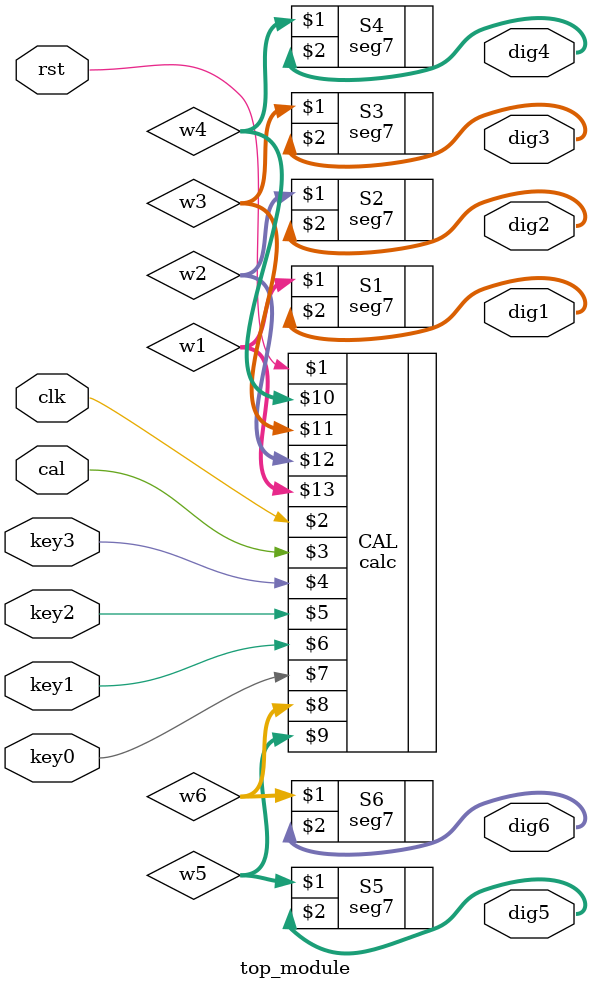
<source format=v>
module top_module(rst, clk, cal, key3, key2, key1, key0, dig6, dig5, dig4, dig3, dig2, dig1);
input rst, clk, cal, key3, key2, key1, key0;
output [6:0] dig6, dig5, dig4, dig3, dig2, dig1;

wire [3:0] w6, w5, w4, w3, w2, w1;

calc CAL(rst, clk, cal, key3, key2, key1, key0, w6, w5, w4, w3, w2, w1);
seg7 S6(w6, dig6);
seg7 S5(w5, dig5);
seg7 S4(w4, dig4);
seg7 S3(w3, dig3);
seg7 S2(w2, dig2);
seg7 S1(w1, dig1);

endmodule

//rst, clk, cal, key3, key2, key1, key0, dig6, dig5, dig4, dig3, dig2, dig1);
</source>
